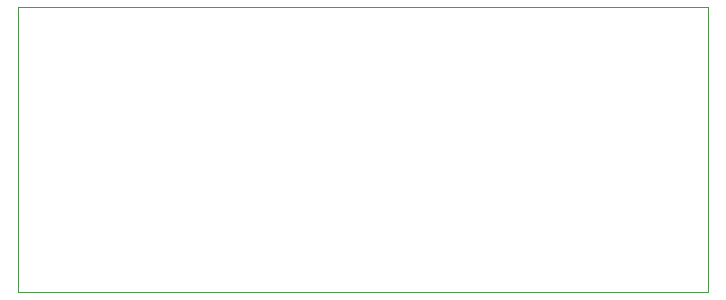
<source format=gbr>
%TF.GenerationSoftware,KiCad,Pcbnew,6.0.2+dfsg-1*%
%TF.CreationDate,2023-02-05T15:08:22-05:00*%
%TF.ProjectId,LTC4414-battery-backup-test,4c544334-3431-4342-9d62-617474657279,rev?*%
%TF.SameCoordinates,Original*%
%TF.FileFunction,Profile,NP*%
%FSLAX46Y46*%
G04 Gerber Fmt 4.6, Leading zero omitted, Abs format (unit mm)*
G04 Created by KiCad (PCBNEW 6.0.2+dfsg-1) date 2023-02-05 15:08:22*
%MOMM*%
%LPD*%
G01*
G04 APERTURE LIST*
%TA.AperFunction,Profile*%
%ADD10C,0.100000*%
%TD*%
G04 APERTURE END LIST*
D10*
X67310000Y-86360000D02*
X125730000Y-86360000D01*
X125730000Y-86360000D02*
X125730000Y-110490000D01*
X125730000Y-110490000D02*
X67310000Y-110490000D01*
X67310000Y-110490000D02*
X67310000Y-86360000D01*
M02*

</source>
